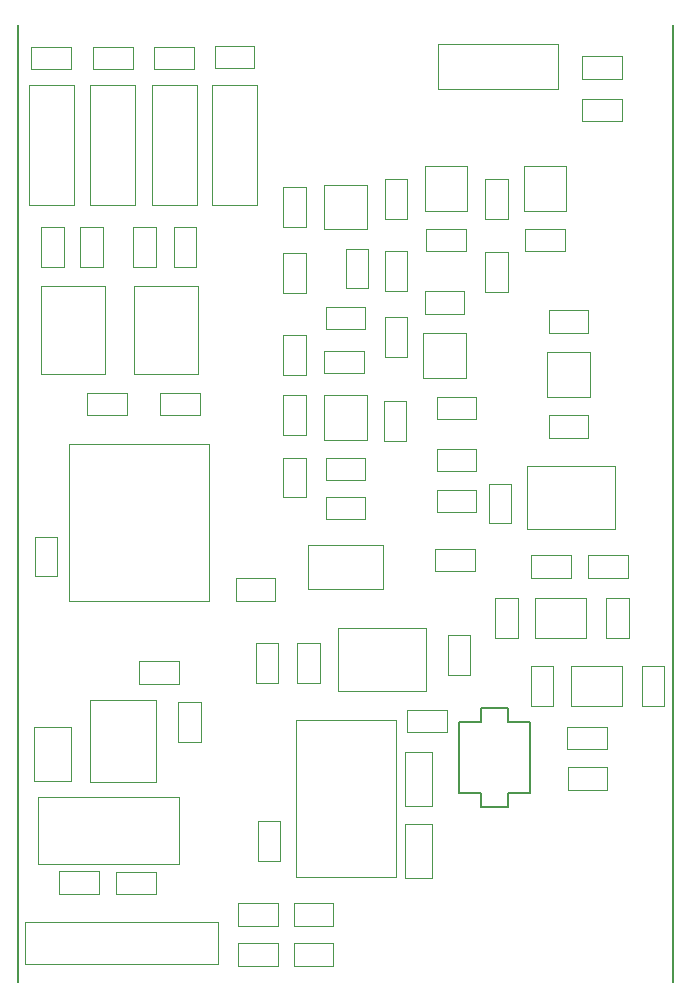
<source format=gbr>
G04 #@! TF.GenerationSoftware,KiCad,Pcbnew,6.0.11+dfsg-1*
G04 #@! TF.CreationDate,2024-05-04T22:48:08-04:00*
G04 #@! TF.ProjectId,mystat,6d797374-6174-42e6-9b69-6361645f7063,rev?*
G04 #@! TF.SameCoordinates,Original*
G04 #@! TF.FileFunction,Other,User*
%FSLAX46Y46*%
G04 Gerber Fmt 4.6, Leading zero omitted, Abs format (unit mm)*
G04 Created by KiCad (PCBNEW 6.0.11+dfsg-1) date 2024-05-04 22:48:08*
%MOMM*%
%LPD*%
G01*
G04 APERTURE LIST*
%ADD10C,0.200000*%
%ADD11C,0.050000*%
%ADD12C,0.152400*%
G04 APERTURE END LIST*
D10*
X107750000Y-50000000D02*
X107750000Y-131000000D01*
X52250000Y-50000000D02*
X52250000Y-131000000D01*
D11*
X97597593Y-107620368D02*
X95697593Y-107620368D01*
X97597593Y-104260368D02*
X97597593Y-107620368D01*
X95697593Y-107620368D02*
X95697593Y-104260368D01*
X95697593Y-104260368D02*
X97597593Y-104260368D01*
X106997593Y-104260368D02*
X106997593Y-107620368D01*
X105097593Y-104260368D02*
X106997593Y-104260368D01*
X106997593Y-107620368D02*
X105097593Y-107620368D01*
X105097593Y-107620368D02*
X105097593Y-104260368D01*
X53710800Y-93316000D02*
X55610800Y-93316000D01*
X55610800Y-93316000D02*
X55610800Y-96676000D01*
X55610800Y-96676000D02*
X53710800Y-96676000D01*
X53710800Y-96676000D02*
X53710800Y-93316000D01*
X56157733Y-70480440D02*
X54257733Y-70480440D01*
X54257733Y-67120440D02*
X56157733Y-67120440D01*
X54257733Y-70480440D02*
X54257733Y-67120440D01*
X56157733Y-67120440D02*
X56157733Y-70480440D01*
X58120000Y-81150000D02*
X61480000Y-81150000D01*
X58120000Y-83050000D02*
X58120000Y-81150000D01*
X61480000Y-81150000D02*
X61480000Y-83050000D01*
X61480000Y-83050000D02*
X58120000Y-83050000D01*
X88650000Y-101620000D02*
X90550000Y-101620000D01*
X90550000Y-104980000D02*
X88650000Y-104980000D01*
X90550000Y-101620000D02*
X90550000Y-104980000D01*
X88650000Y-104980000D02*
X88650000Y-101620000D01*
X77817972Y-105680000D02*
X75917972Y-105680000D01*
X75917972Y-105680000D02*
X75917972Y-102320000D01*
X75917972Y-102320000D02*
X77817972Y-102320000D01*
X77817972Y-102320000D02*
X77817972Y-105680000D01*
X53611708Y-113989399D02*
X53611708Y-109429399D01*
X53611708Y-109429399D02*
X56771708Y-109429399D01*
X56771708Y-113989399D02*
X53611708Y-113989399D01*
X56771708Y-109429399D02*
X56771708Y-113989399D01*
X64320000Y-83050000D02*
X64320000Y-81150000D01*
X64320000Y-81150000D02*
X67680000Y-81150000D01*
X67680000Y-81150000D02*
X67680000Y-83050000D01*
X67680000Y-83050000D02*
X64320000Y-83050000D01*
X63950000Y-70480000D02*
X62050000Y-70480000D01*
X62050000Y-70480000D02*
X62050000Y-67120000D01*
X62050000Y-67120000D02*
X63950000Y-67120000D01*
X63950000Y-67120000D02*
X63950000Y-70480000D01*
X65880000Y-105750000D02*
X62520000Y-105750000D01*
X62520000Y-105750000D02*
X62520000Y-103850000D01*
X62520000Y-103850000D02*
X65880000Y-103850000D01*
X65880000Y-103850000D02*
X65880000Y-105750000D01*
X65850000Y-110680000D02*
X65850000Y-107320000D01*
X65850000Y-107320000D02*
X67750000Y-107320000D01*
X67750000Y-110680000D02*
X65850000Y-110680000D01*
X67750000Y-107320000D02*
X67750000Y-110680000D01*
X94050000Y-88820000D02*
X94050000Y-92180000D01*
X94050000Y-92180000D02*
X92150000Y-92180000D01*
X92150000Y-92180000D02*
X92150000Y-88820000D01*
X92150000Y-88820000D02*
X94050000Y-88820000D01*
X100580000Y-84950000D02*
X97220000Y-84950000D01*
X97220000Y-84950000D02*
X97220000Y-83050000D01*
X97220000Y-83050000D02*
X100580000Y-83050000D01*
X100580000Y-83050000D02*
X100580000Y-84950000D01*
X86820000Y-67250000D02*
X90180000Y-67250000D01*
X90180000Y-67250000D02*
X90180000Y-69150000D01*
X86820000Y-69150000D02*
X86820000Y-67250000D01*
X90180000Y-69150000D02*
X86820000Y-69150000D01*
X86720000Y-72550000D02*
X90080000Y-72550000D01*
X86720000Y-74450000D02*
X86720000Y-72550000D01*
X90080000Y-72550000D02*
X90080000Y-74450000D01*
X90080000Y-74450000D02*
X86720000Y-74450000D01*
X85250000Y-66380000D02*
X83350000Y-66380000D01*
X85250000Y-63020000D02*
X85250000Y-66380000D01*
X83350000Y-63020000D02*
X85250000Y-63020000D01*
X83350000Y-66380000D02*
X83350000Y-63020000D01*
X98580000Y-69150000D02*
X95220000Y-69150000D01*
X98580000Y-67250000D02*
X98580000Y-69150000D01*
X95220000Y-69150000D02*
X95220000Y-67250000D01*
X95220000Y-67250000D02*
X98580000Y-67250000D01*
X91080000Y-81450000D02*
X91080000Y-83350000D01*
X87720000Y-83350000D02*
X87720000Y-81450000D01*
X87720000Y-81450000D02*
X91080000Y-81450000D01*
X91080000Y-83350000D02*
X87720000Y-83350000D01*
X93750000Y-63020000D02*
X93750000Y-66380000D01*
X91850000Y-63020000D02*
X93750000Y-63020000D01*
X93750000Y-66380000D02*
X91850000Y-66380000D01*
X91850000Y-66380000D02*
X91850000Y-63020000D01*
X87720000Y-87750000D02*
X87720000Y-85850000D01*
X87720000Y-85850000D02*
X91080000Y-85850000D01*
X91080000Y-85850000D02*
X91080000Y-87750000D01*
X91080000Y-87750000D02*
X87720000Y-87750000D01*
X83250000Y-85180000D02*
X83250000Y-81820000D01*
X85150000Y-85180000D02*
X83250000Y-85180000D01*
X85150000Y-81820000D02*
X85150000Y-85180000D01*
X83250000Y-81820000D02*
X85150000Y-81820000D01*
X81950000Y-72280000D02*
X80050000Y-72280000D01*
X80050000Y-68920000D02*
X81950000Y-68920000D01*
X81950000Y-68920000D02*
X81950000Y-72280000D01*
X80050000Y-72280000D02*
X80050000Y-68920000D01*
X76650000Y-63720000D02*
X76650000Y-67080000D01*
X74750000Y-67080000D02*
X74750000Y-63720000D01*
X76650000Y-67080000D02*
X74750000Y-67080000D01*
X74750000Y-63720000D02*
X76650000Y-63720000D01*
X81680000Y-89950000D02*
X81680000Y-91850000D01*
X81680000Y-91850000D02*
X78320000Y-91850000D01*
X78320000Y-89950000D02*
X81680000Y-89950000D01*
X78320000Y-91850000D02*
X78320000Y-89950000D01*
X102180000Y-114750000D02*
X98820000Y-114750000D01*
X98820000Y-114750000D02*
X98820000Y-112850000D01*
X98820000Y-112850000D02*
X102180000Y-112850000D01*
X102180000Y-112850000D02*
X102180000Y-114750000D01*
X102127593Y-109390368D02*
X102127593Y-111290368D01*
X102127593Y-111290368D02*
X98767593Y-111290368D01*
X98767593Y-109390368D02*
X102127593Y-109390368D01*
X98767593Y-111290368D02*
X98767593Y-109390368D01*
X57557733Y-67120440D02*
X59457733Y-67120440D01*
X57557733Y-70480440D02*
X57557733Y-67120440D01*
X59457733Y-70480440D02*
X57557733Y-70480440D01*
X59457733Y-67120440D02*
X59457733Y-70480440D01*
X74317972Y-105680000D02*
X72417972Y-105680000D01*
X74317972Y-102320000D02*
X74317972Y-105680000D01*
X72417972Y-105680000D02*
X72417972Y-102320000D01*
X72417972Y-102320000D02*
X74317972Y-102320000D01*
X67350000Y-70480000D02*
X65450000Y-70480000D01*
X65450000Y-67120000D02*
X67350000Y-67120000D01*
X65450000Y-70480000D02*
X65450000Y-67120000D01*
X67350000Y-67120000D02*
X67350000Y-70480000D01*
X103380000Y-52650000D02*
X103380000Y-54550000D01*
X100020000Y-52650000D02*
X103380000Y-52650000D01*
X100020000Y-54550000D02*
X100020000Y-52650000D01*
X103380000Y-54550000D02*
X100020000Y-54550000D01*
X90980000Y-96250000D02*
X87620000Y-96250000D01*
X90980000Y-94350000D02*
X90980000Y-96250000D01*
X87620000Y-96250000D02*
X87620000Y-94350000D01*
X87620000Y-94350000D02*
X90980000Y-94350000D01*
X85250000Y-69120000D02*
X85250000Y-72480000D01*
X83350000Y-69120000D02*
X85250000Y-69120000D01*
X83350000Y-72480000D02*
X83350000Y-69120000D01*
X85250000Y-72480000D02*
X83350000Y-72480000D01*
X85250000Y-78080000D02*
X83350000Y-78080000D01*
X85250000Y-74720000D02*
X85250000Y-78080000D01*
X83350000Y-74720000D02*
X85250000Y-74720000D01*
X83350000Y-78080000D02*
X83350000Y-74720000D01*
X91850000Y-72580000D02*
X91850000Y-69220000D01*
X91850000Y-69220000D02*
X93750000Y-69220000D01*
X93750000Y-69220000D02*
X93750000Y-72580000D01*
X93750000Y-72580000D02*
X91850000Y-72580000D01*
X87720000Y-89350000D02*
X91080000Y-89350000D01*
X91080000Y-89350000D02*
X91080000Y-91250000D01*
X91080000Y-91250000D02*
X87720000Y-91250000D01*
X87720000Y-91250000D02*
X87720000Y-89350000D01*
X53420000Y-53750000D02*
X53420000Y-51850000D01*
X56780000Y-51850000D02*
X56780000Y-53750000D01*
X56780000Y-53750000D02*
X53420000Y-53750000D01*
X53420000Y-51850000D02*
X56780000Y-51850000D01*
X76650000Y-76220000D02*
X76650000Y-79580000D01*
X76650000Y-79580000D02*
X74750000Y-79580000D01*
X74750000Y-79580000D02*
X74750000Y-76220000D01*
X74750000Y-76220000D02*
X76650000Y-76220000D01*
X78220000Y-77550000D02*
X81580000Y-77550000D01*
X81580000Y-77550000D02*
X81580000Y-79450000D01*
X78220000Y-79450000D02*
X78220000Y-77550000D01*
X81580000Y-79450000D02*
X78220000Y-79450000D01*
X72280000Y-51750000D02*
X72280000Y-53650000D01*
X68920000Y-53650000D02*
X68920000Y-51750000D01*
X72280000Y-53650000D02*
X68920000Y-53650000D01*
X68920000Y-51750000D02*
X72280000Y-51750000D01*
X81680000Y-88550000D02*
X78320000Y-88550000D01*
X78320000Y-88550000D02*
X78320000Y-86650000D01*
X81680000Y-86650000D02*
X81680000Y-88550000D01*
X78320000Y-86650000D02*
X81680000Y-86650000D01*
X74750000Y-86620000D02*
X76650000Y-86620000D01*
X76650000Y-89980000D02*
X74750000Y-89980000D01*
X74750000Y-89980000D02*
X74750000Y-86620000D01*
X76650000Y-86620000D02*
X76650000Y-89980000D01*
X76650000Y-72680000D02*
X74750000Y-72680000D01*
X74750000Y-72680000D02*
X74750000Y-69320000D01*
X76650000Y-69320000D02*
X76650000Y-72680000D01*
X74750000Y-69320000D02*
X76650000Y-69320000D01*
X67180000Y-51850000D02*
X67180000Y-53750000D01*
X67180000Y-53750000D02*
X63820000Y-53750000D01*
X63820000Y-53750000D02*
X63820000Y-51850000D01*
X63820000Y-51850000D02*
X67180000Y-51850000D01*
X58620000Y-51850000D02*
X61980000Y-51850000D01*
X58620000Y-53750000D02*
X58620000Y-51850000D01*
X61980000Y-53750000D02*
X58620000Y-53750000D01*
X61980000Y-51850000D02*
X61980000Y-53750000D01*
X53970000Y-115390000D02*
X53970000Y-120990000D01*
X53970000Y-120990000D02*
X65870000Y-120990000D01*
X65870000Y-115390000D02*
X53970000Y-115390000D01*
X65870000Y-120990000D02*
X65870000Y-115390000D01*
X60611708Y-123559399D02*
X60611708Y-121659399D01*
X60611708Y-121659399D02*
X63971708Y-121659399D01*
X63971708Y-121659399D02*
X63971708Y-123559399D01*
X63971708Y-123559399D02*
X60611708Y-123559399D01*
X103380000Y-58150000D02*
X100020000Y-58150000D01*
X100020000Y-58150000D02*
X100020000Y-56250000D01*
X103380000Y-56250000D02*
X103380000Y-58150000D01*
X100020000Y-56250000D02*
X103380000Y-56250000D01*
X97220000Y-74150000D02*
X100580000Y-74150000D01*
X97220000Y-76050000D02*
X97220000Y-74150000D01*
X100580000Y-74150000D02*
X100580000Y-76050000D01*
X100580000Y-76050000D02*
X97220000Y-76050000D01*
X57010000Y-55030000D02*
X53190000Y-55030000D01*
X53190000Y-65190000D02*
X57010000Y-65190000D01*
X57010000Y-65190000D02*
X57010000Y-55030000D01*
X53190000Y-55030000D02*
X53190000Y-65190000D01*
X87810000Y-55410000D02*
X97970000Y-55410000D01*
X97970000Y-55410000D02*
X97970000Y-51590000D01*
X97970000Y-51590000D02*
X87810000Y-51590000D01*
X87810000Y-51590000D02*
X87810000Y-55410000D01*
X62210000Y-55030000D02*
X58390000Y-55030000D01*
X62210000Y-65190000D02*
X62210000Y-55030000D01*
X58390000Y-65190000D02*
X62210000Y-65190000D01*
X58390000Y-55030000D02*
X58390000Y-65190000D01*
X68690000Y-65190000D02*
X72510000Y-65190000D01*
X72510000Y-65190000D02*
X72510000Y-55030000D01*
X68690000Y-55030000D02*
X68690000Y-65190000D01*
X72510000Y-55030000D02*
X68690000Y-55030000D01*
X67410000Y-55030000D02*
X63590000Y-55030000D01*
X63590000Y-65190000D02*
X67410000Y-65190000D01*
X67410000Y-65190000D02*
X67410000Y-55030000D01*
X63590000Y-55030000D02*
X63590000Y-65190000D01*
X81680000Y-73850000D02*
X81680000Y-75750000D01*
X78320000Y-75750000D02*
X78320000Y-73850000D01*
X81680000Y-75750000D02*
X78320000Y-75750000D01*
X78320000Y-73850000D02*
X81680000Y-73850000D01*
D12*
X91457000Y-108990100D02*
X91457000Y-107783600D01*
X91457000Y-115009900D02*
X89590100Y-115009900D01*
X93743000Y-115009900D02*
X93743000Y-116216400D01*
X89590100Y-108990100D02*
X91457000Y-108990100D01*
X93743000Y-108990100D02*
X95609900Y-108990100D01*
X95609900Y-115009900D02*
X93743000Y-115009900D01*
X91457000Y-116216400D02*
X91457000Y-115009900D01*
X93743000Y-116216400D02*
X91457000Y-116216400D01*
X91457000Y-107783600D02*
X93743000Y-107783600D01*
X95609900Y-108990100D02*
X95609900Y-115009900D01*
X93743000Y-107783600D02*
X93743000Y-108990100D01*
X89590100Y-115009900D02*
X89590100Y-108990100D01*
D11*
X69200000Y-125900000D02*
X52900000Y-125900000D01*
X69200000Y-129500000D02*
X69200000Y-125900000D01*
X52900000Y-125900000D02*
X52900000Y-129500000D01*
X52900000Y-129500000D02*
X69200000Y-129500000D01*
X72600000Y-117420000D02*
X74500000Y-117420000D01*
X72600000Y-120780000D02*
X72600000Y-117420000D01*
X74500000Y-117420000D02*
X74500000Y-120780000D01*
X74500000Y-120780000D02*
X72600000Y-120780000D01*
X84305943Y-122112404D02*
X84305943Y-108862404D01*
X75855943Y-108862404D02*
X84305943Y-108862404D01*
X84305943Y-122112404D02*
X75855943Y-122112404D01*
X75855943Y-108862404D02*
X75855943Y-122112404D01*
X87320000Y-122180000D02*
X85080000Y-122180000D01*
X87320000Y-117620000D02*
X87320000Y-122180000D01*
X85080000Y-117620000D02*
X87320000Y-117620000D01*
X85080000Y-122180000D02*
X85080000Y-117620000D01*
X87320000Y-116080000D02*
X85080000Y-116080000D01*
X85080000Y-111520000D02*
X87320000Y-111520000D01*
X87320000Y-111520000D02*
X87320000Y-116080000D01*
X85080000Y-116080000D02*
X85080000Y-111520000D01*
X102076497Y-101896761D02*
X102076497Y-98536761D01*
X102076497Y-98536761D02*
X103976497Y-98536761D01*
X103976497Y-98536761D02*
X103976497Y-101896761D01*
X103976497Y-101896761D02*
X102076497Y-101896761D01*
X92676497Y-101896761D02*
X92676497Y-98536761D01*
X94576497Y-101896761D02*
X92676497Y-101896761D01*
X92676497Y-98536761D02*
X94576497Y-98536761D01*
X94576497Y-98536761D02*
X94576497Y-101896761D01*
X103906497Y-96766761D02*
X100546497Y-96766761D01*
X103906497Y-94866761D02*
X103906497Y-96766761D01*
X100546497Y-94866761D02*
X103906497Y-94866761D01*
X100546497Y-96766761D02*
X100546497Y-94866761D01*
X99106497Y-94866761D02*
X99106497Y-96766761D01*
X95746497Y-96766761D02*
X95746497Y-94866761D01*
X95746497Y-94866761D02*
X99106497Y-94866761D01*
X99106497Y-96766761D02*
X95746497Y-96766761D01*
X78980000Y-127750000D02*
X78980000Y-129650000D01*
X75620000Y-129650000D02*
X75620000Y-127750000D01*
X75620000Y-127750000D02*
X78980000Y-127750000D01*
X78980000Y-129650000D02*
X75620000Y-129650000D01*
X74280000Y-124350000D02*
X74280000Y-126250000D01*
X70920000Y-126250000D02*
X70920000Y-124350000D01*
X74280000Y-126250000D02*
X70920000Y-126250000D01*
X70920000Y-124350000D02*
X74280000Y-124350000D01*
X70920000Y-127750000D02*
X74280000Y-127750000D01*
X74280000Y-129650000D02*
X70920000Y-129650000D01*
X74280000Y-127750000D02*
X74280000Y-129650000D01*
X70920000Y-129650000D02*
X70920000Y-127750000D01*
X78980000Y-124350000D02*
X78980000Y-126250000D01*
X78980000Y-126250000D02*
X75620000Y-126250000D01*
X75620000Y-124350000D02*
X78980000Y-124350000D01*
X75620000Y-126250000D02*
X75620000Y-124350000D01*
X67539605Y-79510739D02*
X62139605Y-79510739D01*
X67539605Y-72050739D02*
X62139605Y-72050739D01*
X67539605Y-72050739D02*
X67539605Y-79510739D01*
X62139605Y-72050739D02*
X62139605Y-79510739D01*
X59607733Y-79530440D02*
X54207733Y-79530440D01*
X59607733Y-72070440D02*
X59607733Y-79530440D01*
X59607733Y-72070440D02*
X54207733Y-72070440D01*
X54207733Y-72070440D02*
X54207733Y-79530440D01*
X79370000Y-106400000D02*
X79370000Y-101000000D01*
X86830000Y-106400000D02*
X79370000Y-106400000D01*
X86830000Y-101000000D02*
X79370000Y-101000000D01*
X86830000Y-106400000D02*
X86830000Y-101000000D01*
X76800000Y-97750000D02*
X76800000Y-94050000D01*
X83200000Y-97750000D02*
X83200000Y-94050000D01*
X83200000Y-94050000D02*
X76800000Y-94050000D01*
X83200000Y-97750000D02*
X76800000Y-97750000D01*
X58341708Y-114059399D02*
X63991708Y-114059399D01*
X58341708Y-114059399D02*
X58341708Y-107159399D01*
X63991708Y-114059399D02*
X63991708Y-107159399D01*
X58341708Y-107159399D02*
X63991708Y-107159399D01*
X95370000Y-92700000D02*
X95370000Y-87300000D01*
X102830000Y-87300000D02*
X95370000Y-87300000D01*
X102830000Y-92700000D02*
X95370000Y-92700000D01*
X102830000Y-92700000D02*
X102830000Y-87300000D01*
X76650000Y-84680000D02*
X74750000Y-84680000D01*
X76650000Y-81320000D02*
X76650000Y-84680000D01*
X74750000Y-81320000D02*
X76650000Y-81320000D01*
X74750000Y-84680000D02*
X74750000Y-81320000D01*
X59130000Y-121640000D02*
X59130000Y-123540000D01*
X55770000Y-123540000D02*
X55770000Y-121640000D01*
X55770000Y-121640000D02*
X59130000Y-121640000D01*
X59130000Y-123540000D02*
X55770000Y-123540000D01*
X85220000Y-109850000D02*
X85220000Y-107950000D01*
X88580000Y-109850000D02*
X85220000Y-109850000D01*
X85220000Y-107950000D02*
X88580000Y-107950000D01*
X88580000Y-107950000D02*
X88580000Y-109850000D01*
X70720000Y-96850000D02*
X74080000Y-96850000D01*
X70720000Y-98750000D02*
X70720000Y-96850000D01*
X74080000Y-98750000D02*
X70720000Y-98750000D01*
X74080000Y-96850000D02*
X74080000Y-98750000D01*
X100396497Y-101916761D02*
X100396497Y-98516761D01*
X96056497Y-98516761D02*
X96056497Y-101916761D01*
X100396497Y-101916761D02*
X96056497Y-101916761D01*
X96056497Y-98516761D02*
X100396497Y-98516761D01*
X99077593Y-104240368D02*
X99077593Y-107640368D01*
X99077593Y-104240368D02*
X103417593Y-104240368D01*
X103417593Y-107640368D02*
X103417593Y-104240368D01*
X103417593Y-107640368D02*
X99077593Y-107640368D01*
X68430000Y-85450000D02*
X56570000Y-85450000D01*
X68430000Y-98750000D02*
X68430000Y-85450000D01*
X56570000Y-85450000D02*
X56570000Y-98750000D01*
X56570000Y-98750000D02*
X68430000Y-98750000D01*
X100700000Y-81500000D02*
X97100000Y-81500000D01*
X97100000Y-77700000D02*
X100700000Y-77700000D01*
X97100000Y-81500000D02*
X97100000Y-77700000D01*
X100700000Y-77700000D02*
X100700000Y-81500000D01*
X86700000Y-61900000D02*
X90300000Y-61900000D01*
X90300000Y-61900000D02*
X90300000Y-65700000D01*
X90300000Y-65700000D02*
X86700000Y-65700000D01*
X86700000Y-65700000D02*
X86700000Y-61900000D01*
X90200000Y-76100000D02*
X90200000Y-79900000D01*
X90200000Y-79900000D02*
X86600000Y-79900000D01*
X86600000Y-76100000D02*
X90200000Y-76100000D01*
X86600000Y-79900000D02*
X86600000Y-76100000D01*
X98700000Y-61900000D02*
X98700000Y-65700000D01*
X95100000Y-65700000D02*
X95100000Y-61900000D01*
X95100000Y-61900000D02*
X98700000Y-61900000D01*
X98700000Y-65700000D02*
X95100000Y-65700000D01*
X78200000Y-85100000D02*
X78200000Y-81300000D01*
X81800000Y-85100000D02*
X78200000Y-85100000D01*
X81800000Y-81300000D02*
X81800000Y-85100000D01*
X78200000Y-81300000D02*
X81800000Y-81300000D01*
X81800000Y-67300000D02*
X78200000Y-67300000D01*
X81800000Y-63500000D02*
X81800000Y-67300000D01*
X78200000Y-63500000D02*
X81800000Y-63500000D01*
X78200000Y-67300000D02*
X78200000Y-63500000D01*
M02*

</source>
